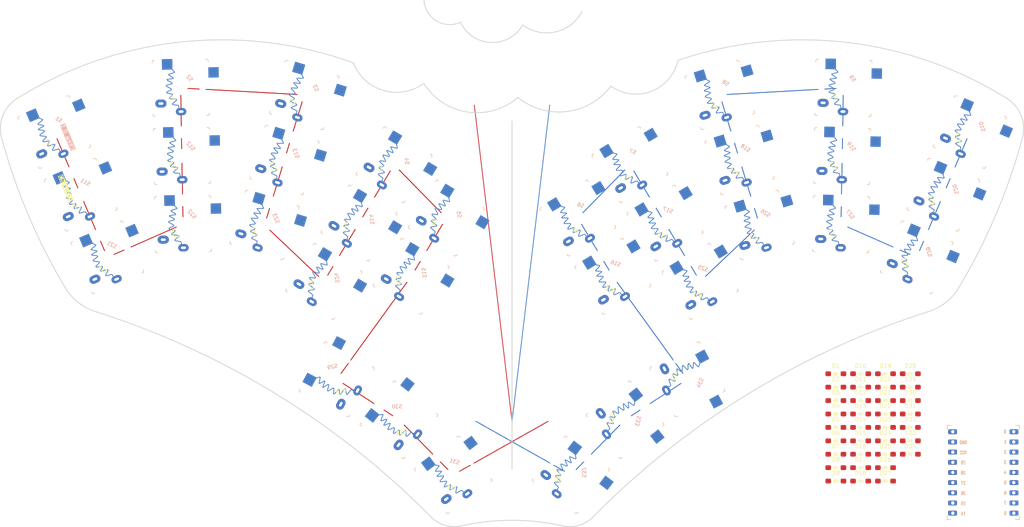
<source format=kicad_pcb>
(kicad_pcb (version 20240108) (generator "pcbnew") (generator_version "8.0")
  (layers (0 "F.Cu" signal) (31 "B.Cu" signal) (34 "B.Paste" user) (35 "F.Paste" user) (36 "B.SilkS" user "B.Silkscreen") (37 "F.SilkS" user "F.Silkscreen") (38 "B.Mask" user) (39 "F.Mask" user) (44 "Edge.Cuts" user))
  (net 0 "")
  (net 1 "Col 0")
  (net 2 "Net-(D1-A)")
  (net 3 "Row 0")
  (net 4 "Net-(D2-A)")
  (net 5 "Net-(D3-A)")
  (net 6 "Net-(D4-A)")
  (net 7 "Net-(D5-A)")
  (net 8 "Net-(D6-A)")
  (net 9 "Net-(D7-A)")
  (net 10 "Net-(D8-A)")
  (net 11 "Net-(D9-A)")
  (net 12 "Net-(D10-A)")
  (net 13 "Net-(D11-A)")
  (net 14 "Row 1")
  (net 15 "Net-(D12-A)")
  (net 16 "Net-(D13-A)")
  (net 17 "Net-(D14-A)")
  (net 18 "Net-(D15-A)")
  (net 19 "Net-(D16-A)")
  (net 20 "Net-(D17-A)")
  (net 21 "Net-(D18-A)")
  (net 22 "Net-(D19-A)")
  (net 23 "Net-(D20-A)")
  (net 24 "Row 2")
  (net 25 "Net-(D21-A)")
  (net 26 "Net-(D22-A)")
  (net 27 "Net-(D23-A)")
  (net 28 "Net-(D24-A)")
  (net 29 "Net-(D25-A)")
  (net 30 "Net-(D26-A)")
  (net 31 "Net-(D27-A)")
  (net 32 "Net-(D28-A)")
  (net 33 "Net-(D29-A)")
  (net 34 "Row 3")
  (net 35 "Net-(D30-A)")
  (net 36 "Net-(D31-A)")
  (net 37 "Net-(D32-A)")
  (net 38 "Net-(D33-A)")
  (net 39 "Net-(D34-A)")
  (net 40 "Col 1")
  (net 41 "Col 2")
  (net 42 "Col 3")
  (net 43 "Col 4")
  (net 44 "Col 5")
  (net 45 "Col 6")
  (net 46 "Col 7")
  (net 47 "Col 8")
  (net 48 "Col 9")
  (footprint "ScottoKeebs_Choc:Choc_V1_chew" (layer "F.Cu") (at 261.951078 59.842033 -23)
    (property "Reference" "S10" (hide yes))
    (property "Value" "Keyswitch" (hide yes))
  )
  (footprint "ScottoKeebs_Choc:Choc_V1_chew" (layer "F.Cu") (at 177.077766 68.002223 31)
    (property "Reference" "S7" (hide yes))
    (property "Value" "Keyswitch" (hide yes))
  )
  (footprint "ScottoKeebs_Components:Diode_SOD-123_chew" (layer "F.Cu") (at 234.677334 123.550001)
    (property "Reference" "D11")
    (property "Value" "Diode")
  )
  (footprint "ScottoKeebs_Components:Diode_SOD-123_chew" (layer "F.Cu") (at 228.477334 140.300001)
    (property "Reference" "D7")
    (property "Value" "Diode")
  )
  (footprint "ScottoKeebs_Choc:Choc_V1_chew" (layer "F.Cu") (at 162.326993 145.45185 -37)
    (property "Reference" "S32" (hide yes))
    (property "Value" "Keyswitch" (hide yes))
  )
  (footprint "ScottoKeebs_Components:Diode_SOD-123_chew" (layer "F.Cu") (at 234.677334 143.650001)
    (property "Reference" "D17")
    (property "Value" "Diode")
  )
  (footprint "ScottoKeebs_Choc:Choc_V1_chew" (layer "F.Cu") (at 122.453385 95.880135 -31)
    (property "Reference" "S15" (hide yes))
    (property "Value" "Keyswitch" (hide yes))
  )
  (footprint "ScottoKeebs_Choc:Choc_V1_chew" (layer "F.Cu") (at 85.803576 83.073878 -17)
    (property "Reference" "S23" (hide yes))
    (property "Value" "Keyswitch" (hide yes))
  )
  (footprint "ScottoKeebs_Components:Diode_SOD-123_chew" (layer "F.Cu") (at 234.677334 126.900001)
    (property "Reference" "D12")
    (property "Value" "Diode")
  )
  (footprint "ScottoKeebs_Components:Diode_SOD-123_chew" (layer "F.Cu") (at 247.077334 140.300001)
    (property "Reference" "D34")
    (property "Value" "Diode")
  )
  (footprint "ScottoKeebs_Choc:Choc_V1_chew" (layer "F.Cu") (at 255.308648 75.490614 -23)
    (property "Reference" "S20" (hide yes))
    (property "Value" "Keyswitch" (hide yes))
  )
  (footprint "ScottoKeebs_Components:Diode_SOD-123_chew" (layer "F.Cu") (at 240.877334 126.900001)
    (property "Reference" "D21")
    (property "Value" "Diode")
  )
  (footprint "ScottoKeebs_Choc:Choc_V1_chew" (layer "F.Cu") (at 185.833414 82.574066 31)
    (property "Reference" "S17" (hide yes))
    (property "Value" "Keyswitch" (hide yes))
  )
  (footprint "ScottoKeebs_Choc:Choc_V1_chew" (layer "F.Cu") (at 230.363109 48.839868 -1)
    (property "Reference" "S9" (hide yes))
    (property "Value" "Keyswitch" (hide yes))
  )
  (footprint "ScottoKeebs_Choc:Choc_V1_chew" (layer "F.Cu") (at 119.382658 131.684394 52)
    (property "Reference" "S30" (hide yes))
    (property "Value" "Keyswitch" (hide yes))
  )
  (footprint "ScottoKeebs_Components:Diode_SOD-123_chew" (layer "F.Cu") (at 234.677334 136.950001)
    (property "Reference" "D15")
    (property "Value" "Diode")
  )
  (footprint "ScottoKeebs_Components:Diode_SOD-123_chew" (layer "F.Cu") (at 234.677334 147.000001)
    (property "Reference" "D18")
    (property "Value" "Diode")
  )
  (footprint "ScottoKeebs_MCU:RP2040_Zero_chew_mono" (layer "F.Cu") (at 265.300005 144.849999)
    (property "Reference" "U1" (hide yes))
    (property "Value" "RP2040_Zero" (hide yes))
  )
  (footprint "ScottoKeebs_Components:Diode_SOD-123_chew" (layer "F.Cu") (at 240.877334 133.600001)
    (property "Reference" "D23")
    (property "Value" "Diode")
  )
  (footprint "ScottoKeebs_Components:Diode_SOD-123_chew" (layer "F.Cu") (at 247.077334 130.250001)
    (property "Reference" "D31")
    (property "Value" "Diode")
  )
  (footprint "ScottoKeebs_Components:Diode_SOD-123_chew" (layer "F.Cu") (at 234.677334 140.300001)
    (property "Reference" "D16")
    (property "Value" "Diode")
  )
  (footprint "ScottoKeebs_Choc:Choc_V1_chew" (layer "F.Cu") (at 204.466118 66.816695 17)
    (property "Reference" "S18" (hide yes))
    (property "Value" "Keyswitch" (hide yes))
  )
  (footprint "ScottoKeebs_Choc:Choc_V1_chew" (layer "F.Cu") (at 65.173597 65.837281 1)
    (property "Reference" "S12" (hide yes))
    (property "Value" "Keyswitch" (hide yes))
  )
  (footprint "ScottoKeebs_Components:Diode_SOD-123_chew" (layer "F.Cu") (at 234.677334 120.200001)
    (property "Reference" "D10")
    (property "Value" "Diode")
  )
  (footprint "ScottoKeebs_Components:Diode_SOD-123_chew" (layer "F.Cu") (at 240.877334 147.000001)
    (property "Reference" "D27")
    (property "Value" "Diode")
  )
  (footprint "ScottoKeebs_Choc:Choc_V1_chew" (layer "F.Cu") (at 230.066417 65.83728 -1)
    (property "Reference" "S19" (hide yes))
    (property "Value" "Keyswitch" (hide yes))
  )
  (footprint "ScottoKeebs_Components:Diode_SOD-123_chew" (layer "F.Cu") (at 228.477334 120.200001)
    (property "Reference" "D1")
    (property "Value" "Diode")
  )
  (footprint "ScottoKeebs_Components:Diode_SOD-123_chew" (layer "F.Cu") (at 240.877334 130.250001)
    (property "Reference" "D22")
    (property "Value" "Diode")
  )
  (footprint "ScottoKeebs_Choc:Choc_V1_chew" (layer "F.Cu") (at 191.385825 121.603201 -62)
    (property "Reference" "S34" (hide yes))
    (property "Value" "Keyswitch" (hide yes))
  )
  (footprint "ScottoKeebs_Components:Diode_SOD-123_chew" (layer "F.Cu") (at 240.877334 136.950001)
    (property "Reference" "D24")
    (property "Value" "Diode")
  )
  (footprint "ScottoKeebs_Choc:Choc_V1_chew" (layer "F.Cu") (at 209.436438 83.073877 17)
    (property "Reference" "S26" (hide yes))
    (property "Value" "Keyswitch" (hide yes))
  )
  (footprint "ScottoKeebs_Choc:Choc_V1_chew" (layer "F.Cu") (at 103.854189 121.603202 62)
    (property "Reference" "S29" (hide yes))
    (property "Value" "Keyswitch" (hide yes))
  )
  (footprint "ScottoKeebs_Choc:Choc_V1_chew" (layer "F.Cu") (at 194.589062 97.145911 31)
    (property "Reference" "S25" (hide yes))
    (property "Value" "Keyswitch" (hide yes))
  )
  (footprint "ScottoKeebs_Choc:Choc_V1_chew" (layer "F.Cu") (at 109.406599 82.574067 -31)
    (property "Reference" "S14" (hide yes))
    (property "Value" "Keyswitch" (hide yes))
  )
  (footprint "ScottoKeebs_Choc:Choc_V1_chew" (layer "F.Cu") (at 39.931365 75.490615 23)
    (property "Reference" "S11" (hide yes))
    (property "Value" "Keyswitch" (hide yes))
  )
  (footprint "ScottoKeebs_Choc:Choc_V1_chew" (layer "F.Cu") (at 199.495799 50.559514 17)
    (property "Reference" "S8" (hide yes))
    (property "Value" "Keyswitch" (hide yes))
  )
  (footprint "ScottoKeebs_Components:Diode_SOD-123_chew" (layer "F.Cu") (at 240.877334 143.650001)
    (property "Reference" "D26")
    (property "Value" "Diode")
  )
  (footprint "ScottoKeebs_Components:Diode_SOD-123_chew" (layer "F.Cu") (at 240.877334 123.550001)
    (property "Reference" "D20")
    (property "Value" "Diode")
  )
  (footprint "ScottoKeebs_Choc:Choc_V1_chew" (layer "F.Cu") (at 172.786628 95.880134 31)
    (property "Reference" "S16" (hide yes))
    (property "Value" "Keyswitch" (hide yes))
  )
  (footprint "ScottoKeebs_Choc:Choc_V1_chew" (layer "F.Cu") (at 90.773895 66.816696 -17)
    (property "Reference" "S13" (hide yes))
    (property "Value" "Keyswitch" (hide yes))
  )
  (footprint "ScottoKeebs_Components:Diode_SOD-123_chew" (layer "F.Cu") (at 247.077334 120.200001)
    (property "Reference" "D28")
    (property "Value" "Diode")
  )
  (footprint "ScottoKeebs_Components:Diode_SOD-123_chew" (layer "F.Cu") (at 228.477334 143.650001)
    (property "Reference" "D8")
    (property "Value" "Diode")
  )
  (footprint "ScottoKeebs_Components:Diode_SOD-123_chew" (layer "F.Cu") (at 228.477334 136.950001)
    (property "Reference" "D6")
    (property "Value" "Diode")
  )
  (footprint "ScottoKeebs_Choc:Choc_V1_chew" (layer "F.Cu") (at 33.288935 59.842035 23)
    (property "Reference" "S1" (hide yes))
    (property "Value" "Keyswitch" (hide yes))
  )
  (footprint "ScottoKeebs_Choc:Choc_V1_chew" (layer "F.Cu") (at 229.769726 82.83469 -1)
    (property "Reference" "S27" (hide yes))
    (property "Value" "Keyswitch" (hide yes))
  )
  (footprint "ScottoKeebs_Choc:Choc_V1_chew" (layer "F.Cu") (at 118.162247 68.002224 -31)
    (property "Reference" "S4" (hide yes))
    (property "Value" "Keyswitch" (hide yes))
  )
  (footprint "ScottoKeebs_Components:Diode_SOD-123_chew" (layer "F.Cu") (at 247.077334 136.950001)
    (property "Reference" "D33")
    (property "Value" "Diode")
  )
  (footprint "ScottoKeebs_Choc:Choc_V1_chew" (layer "F.Cu") (at 65.470288 82.834691 1)
    (property "Reference" "S22" (hide yes))
    (property "Value" "Keyswitch" (hide yes))
  )
  (footprint "ScottoKeebs_Choc:Choc_V1_chew" (layer "F.Cu") (at 175.857356 131.684393 -52)
    (property "Reference" "S33" (hide yes))
    (property "Value" "Keyswitch" (hide yes))
  )
  (footprint "ScottoKeebs_Components:Diode_SOD-123_chew" (layer "F.Cu") (at 228.477334 133.600001)
    (property "Reference" "D5")
    (property "Value" "Diode")
  )
  (footprint "ScottoKeebs_Components:Diode_SOD-123_chew" (layer "F.Cu") (at 228.477334 130.250001)
    (property "Reference" "D4")
    (property "Value" "Diode")
  )
  (footprint "ScottoKeebs_Components:Diode_SOD-123_chew" (layer "F.Cu") (at 228.477334 147.000001)
    (property "Reference" "D9")
    (property "Value" "Diode")
  )
  (footprint "ScottoKeebs_Choc:Choc_V1_chew" (layer "F.Cu") (at 95.744213 50.559515 -17)
    (property "Reference" "S3" (hide yes))
    (property "Value" "Keyswitch" (hide yes))
  )
  (footprint "ScottoKeebs_Choc:Choc_V1_chew" (layer "F.Cu") (at 100.650952 97.145911 -31)
    (property "Reference" "S24" (hide yes))
    (property "Value" "Keyswitch" (hide yes))
  )
  (footprint "ScottoKeebs_Components:Diode_SOD-123_chew" (layer "F.Cu") (at 234.677334 130.250001)
    (property "Reference" "D13")
    (property "Value" "Diode")
  )
  (footprint "ScottoKeebs_Components:Diode_SOD-123_chew" (layer "F.Cu") (at 240.877334 120.200001)
    (property "Reference" "D19")
    (property "Value" "Diode")
  )
  (footprint "ScottoKeebs_Choc:Choc_V1_chew" (layer "F.Cu") (at 248.666219 91.139196 -23)
    (property "Reference" "S28" (hide yes))
    (property "Value" "Keyswitch" (hide yes))
  )
  (footprint "ScottoKeebs_Components:Diode_SOD-123_chew" (layer "F.Cu") (at 234.677334 133.600001)
    (property "Reference" "D14")
    (property "Value" "Diode")
  )
  (footprint "ScottoKeebs_Choc:Choc_V1_chew" (layer "F.Cu") (at 46.573795 91.139197 23)
    (property "Reference" "S21" (hide yes))
    (property "Value" "Keyswitch" (hide yes))
  )
  (footprint "ScottoKeebs_Components:Diode_SOD-123_chew" (layer "F.Cu") (at 247.077334 126.900001)
    (property "Reference" "D30")
    (property "Value" "Diode")
  )
  (footprint "ScottoKeebs_Components:Diode_SOD-123_chew" (layer "F.Cu") (at 240.877334 140.300001)
    (property "Reference" "D25")
    (property "Value" "Diode")
  )
  (footprint "ScottoKeebs_Choc:Choc_V1_chew" (layer "F.Cu") (at 131.209032 81.308291 -31)
    (property "Reference" "S5" (hide yes))
    (property "Value" "Keyswitch" (hide yes))
  )
  (footprint "ScottoKeebs_Components:Diode_SOD-123_chew" (layer "F.Cu") (at 228.477334 126.900001)
    (property "Reference" "D3")
    (property "Value" "Diode")
  )
  (footprint "ScottoKeebs_Choc:Choc_V1_chew" (layer "F.Cu") (at 132.913021 145.451852 37)
    (property "Reference" "S31" (hide yes))
    (property "Value" "Keyswitch" (hide yes))
  )
  (footprint "ScottoKeebs_Components:Diode_SOD-123_chew" (layer "F.Cu") (at 247.077334 123.550001)
    (property "Reference" "D29")
    (property "Value" "Diode")
  )
  (footprint "ScottoKeebs_Components:Diode_SOD-123_chew" (layer "F.Cu") (at 247.077334 133.600001)
    (property "Reference" "D32")
    (property "Value" "Diode")
  )
  (footprint "ScottoKeebs_Components:Diode_SOD-123_chew" (layer "F.Cu") (at 228.477334 123.550001)
    (property "Reference" "D2")
    (property "Value" "Diode")
  )
  (footprint "ScottoKeebs_Choc:Choc_V1_chew" (layer "F.Cu") (at 164.030981 81.30829 31)
    (property "Reference" "S6" (hide yes))
    (property "Value" "Keyswitch" (hide yes))
  )
  (footprint "ScottoKeebs_Choc:Choc_V1_chew" (layer "F.Cu") (at 64.876905 48.839869 1)
    (property "Reference" "S2" (hide yes))
    (property "Value" "Keyswitch" (hide yes))
  )
  (gr_line (start 118.162247 68.002224) (end 109.406599 82.574067) (stroke (width 0.2)) (layer "F.Cu") (net 40))
  (gr_line (start 147.620007 132.092095) (end 138.199992 53.127904) (stroke (width 0.2)) (layer "F.Cu"))
  (gr_line (start 39.931365 75.490615) (end 33.288935 59.842035) (stroke (width 0.2)) (layer "F.Cu") (net 40))
  (gr_line (start 132.913021 145.451852) (end 119.382658 131.684394) (stroke (width 0.2)) (layer "F.Cu") (net 40))
  (gr_line (start 118.162247 68.002224) (end 109.406599 82.574067) (stroke (width 0.2)) (layer "F.Cu") (net 40))
  (gr_line (start 46.573795 91.139197) (end 39.931365 75.490615) (stroke (width 0.2)) (layer "F.Cu") (net 40))
  (gr_line (start 109.406599 82.574067) (end 100.650952 97.145911) (stroke (width 0.2)) (layer "F.Cu") (net 40))
  (gr_line (start 95.744213 50.559515) (end 64.876905 48.839869) (stroke (width 0.2)) (layer "F.Cu") (net 40))
  (gr_line (start 64.876905 48.839869) (end 65.173597 65.837281) (stroke (width 0.2)) (layer "F.Cu") (net 40))
  (gr_line (start 65.470288 82.834691) (end 46.573795 91.139197) (stroke (width 0.2)) (layer "F.Cu") (net 40))
  (gr_line (start 90.773895 66.816696) (end 95.744213 50.559515) (stroke (width 0.2)) (layer "F.Cu") (net 40))
  (gr_line (start 156.620007 132.092095) (end 132.913021 145.451852) (stroke (width 0.2)) (layer "F.Cu") (net 40))
  (gr_line (start 100.650952 97.145911) (end 85.803576 83.073878) (stroke (width 0.2)) (layer "F.Cu") (net 40))
  (gr_line (start 103.854189 121.603202) (end 122.453385 95.880135) (stroke (width 0.2)) (layer "F.Cu") (net 40))
  (gr_line (start 65.173597 65.837281) (end 65.470288 82.834691) (stroke (width 0.2)) (layer "F.Cu") (net 40))
  (gr_line (start 64.876905 48.839869) (end 65.173597 65.837281) (stroke (width 0.2)) (layer "F.Cu") (net 40))
  (gr_line (start 100.650952 97.145911) (end 85.803576 83.073878) (stroke (width 0.2)) (layer "F.Cu") (net 40))
  (gr_line (start 85.803576 83.073878) (end 90.773895 66.816696) (stroke (width 0.2)) (layer "F.Cu") (net 40))
  (gr_line (start 122.453385 95.880135) (end 131.209032 81.308291) (stroke (width 0.2)) (layer "F.Cu") (net 40))
  (gr_line (start 119.382658 131.684394) (end 103.854189 121.603202) (stroke (width 0.2)) (layer "F.Cu") (net 40))
  (gr_line (start 46.573795 91.139197) (end 39.931365 75.490615) (stroke (width 0.2)) (layer "F.Cu") (net 40))
  (gr_line (start 119.382658 131.684394) (end 103.854189 121.603202) (stroke (width 0.2)) (layer "F.Cu") (net 40))
  (gr_line (start 85.803576 83.073878) (end 90.773895 66.816696) (stroke (width 0.2)) (layer "F.Cu") (net 40))
  (gr_line (start 65.470288 82.834691) (end 46.573795 91.139197) (stroke (width 0.2)) (layer "F.Cu") (net 40))
  (gr_line (start 131.209032 81.308291) (end 118.162247 68.002224) (stroke (width 0.2)) (layer "F.Cu") (net 40))
  (gr_line (start 95.744213 50.559515) (end 64.876905 48.839869) (stroke (width 0.2)) (layer "F.Cu") (net 40))
  (gr_line (start 103.854189 121.603202) (end 122.453385 95.880135) (stroke (width 0.2)) (layer "F.Cu") (net 40))
  (gr_line (start 122.453385 95.880135) (end 131.209032 81.308291) (stroke (width 0.2)) (layer "F.Cu") (net 40))
  (gr_line (start 109.406599 82.574067) (end 100.650952 97.145911) (stroke (width 0.2)) (layer "F.Cu") (net 40))
  (gr_line (start 65.173597 65.837281) (end 65.470288 82.834691) (stroke (width 0.2)) (layer "F.Cu") (net 40))
  (gr_line (start 39.931365 75.490615) (end 33.288935 59.842035) (stroke (width 0.2)) (layer "F.Cu") (net 40))
  (gr_line (start 90.773895 66.816696) (end 95.744213 50.559515) (stroke (width 0.2)) (layer "F.Cu") (net 40))
  (gr_line (start 156.620007 132.092095) (end 132.913021 145.451852) (stroke (width 0.2)) (layer "F.Cu") (net 40))
  (gr_line (start 131.209032 81.308291) (end 118.162247 68.002224) (stroke (width 0.2)) (layer "F.Cu") (net 40))
  (gr_line (start 132.913021 145.451852) (end 119.382658 131.684394) (stroke (width 0.2)) (layer "F.Cu") (net 40))
  (gr_line (start 157.040022 53.127904) (end 147.620007 132.092095) (stroke (width 0.2)) (layer "B.Cu"))
  (gr_line (start 175.857356 131.684393) (end 162.326993 145.45185) (stroke (width 0.2)) (layer "B.Cu") (net 45))
  (gr_line (start 175.857356 131.684393) (end 162.326993 145.45185) (stroke (width 0.2)) (layer "B.Cu") (net 45))
  (gr_line (start 199.495799 50.559514) (end 204.466118 66.816695) (stroke (width 0.2)) (layer "B.Cu") (net 45))
  (gr_line (start 194.589062 97.145911) (end 185.833414 82.574066) (stroke (width 0.2)) (layer "B.Cu") (net 45))
  (gr_line (start 248.666219 91.139196) (end 229.769726 82.83469) (stroke (width 0.2)) (layer "B.Cu") (net 45))
  (gr_line (start 172.786628 95.880134) (end 191.385825 121.603201) (stroke (width 0.2)) (layer "B.Cu") (net 45))
  (gr_line (start 164.030981 81.30829) (end 172.786628 95.880134) (stroke (width 0.2)) (layer "B.Cu") (net 45))
  (gr_line (start 229.769726 82.83469) (end 230.066417 65.83728) (stroke (width 0.2)) (layer "B.Cu") (net 45))
  (gr_line (start 255.308648 75.490614) (end 248.666219 91.139196) (stroke (width 0.2)) (layer "B.Cu") (net 45))
  (gr_line (start 199.495799 50.559514) (end 204.466118 66.816695) (stroke (width 0.2)) (layer "B.Cu") (net 45))
  (gr_line (start 255.308648 75.490614) (end 248.666219 91.139196) (stroke (width 0.2)) (layer "B.Cu") (net 45))
  (gr_line (start 229.769726 82.83469) (end 230.066417 65.83728) (stroke (width 0.2)) (layer "B.Cu") (net 45))
  (gr_line (start 164.030981 81.30829) (end 172.786628 95.880134) (stroke (width 0.2)) (layer "B.Cu") (net 45))
  (gr_line (start 191.385825 121.603201) (end 175.857356 131.684393) (stroke (width 0.2)) (layer "B.Cu") (net 45))
  (gr_line (start 261.951078 59.842033) (end 255.308648 75.490614) (stroke (width 0.2)) (layer "B.Cu") (net 45))
  (gr_line (start 177.077766 68.002223) (end 164.030981 81.30829) (stroke (width 0.2)) (layer "B.Cu") (net 45))
  (gr_line (start 209.436438 83.073877) (end 194.589062 97.145911) (stroke (width 0.2)) (layer "B.Cu") (net 45))
  (gr_line (start 230.363109 48.839868) (end 199.495799 50.559514) (stroke (width 0.2)) (layer "B.Cu") (net 45))
  (gr_line (start 204.466118 66.816695) (end 209.436438 83.073877) (stroke (width 0.2)) (layer "B.Cu") (net 45))
  (gr_line (start 204.466118 66.816695) (end 209.436438 83.073877) (stroke (width 0.2)) (layer "B.Cu") (net 45))
  (gr_line (start 194.589062 97.145911) (end 185.833414 82.574066) (stroke (width 0.2)) (layer "B.Cu") (net 45))
  (gr_line (start 185.833414 82.574066) (end 177.077766 68.002223) (stroke (width 0.2)) (layer "B.Cu") (net 45))
  (gr_line (start 162.326993 145.45185) (end 138.620007 132.092095) (stroke (width 0.2)) (layer "B.Cu") (net 45))
  (gr_line (start 191.385825 121.603201) (end 175.857356 131.684393) (stroke (width 0.2)) (layer "B.Cu") (net 45))
  (gr_line (start 177.077766 68.002223) (end 164.030981 81.30829) (stroke (width 0.2)) (layer "B.Cu") (net 45))
  (gr_line (start 185.833414 82.574066) (end 177.077766 68.002223) (stroke (width 0.2)) (layer "B.Cu") (net 45))
  (gr_line (start 162.326993 145.45185) (end 138.620007 132.092095) (stroke (width 0.2)) (layer "B.Cu") (net 45))
  (gr_line (start 230.363109 48.839868) (end 199.495799 50.559514) (stroke (width 0.2)) (layer "B.Cu") (net 45))
  (gr_line (start 172.786628 95.880134) (end 191.385825 121.603201) (stroke (width 0.2)) (layer "B.Cu") (net 45))
  (gr_line (start 209.436438 83.073877) (end 194.589062 97.145911) (stroke (width 0.2)) (layer "B.Cu") (net 45))
  (gr_line (start 248.666219 91.139196) (end 229.769726 82.83469) (stroke (width 0.2)) (layer "B.Cu") (net 45))
  (gr_line (start 261.951078 59.842033) (end 255.308648 75.490614) (stroke (width 0.2)) (layer "B.Cu") (net 45))
  (gr_line (start 230.066417 65.83728) (end 230.363109 48.839868) (stroke (width 0.2)) (layer "B.Cu") (net 45))
  (gr_line (start 230.066417 65.83728) (end 230.363109 48.839868) (stroke (width 0.2)) (layer "B.Cu") (net 45))
  (gr_arc (start 134.755612 32.419192) (mid 128.753175 32.113426) (end 125.641736 26.971278) (stroke (width 0.2)) (layer "Edge.Cuts"))
  (gr_arc (start 258.872169 99.223433) (mid 255.566952 102.666072) (end 251.289154 104.781884) (stroke (width 0.2)) (layer "Edge.Cuts"))
  (gr_arc (start 20.223099 61.50254) (mid 20.525834 55.619974) (end 24.433588 51.212516) (stroke (width 0.2)) (layer "Edge.Cuts"))
  (gr_arc (start 270.806426 51.212516) (mid 274.714165 55.619987) (end 275.016915 61.50254) (stroke (width 0.2)) (layer "Edge.Cuts"))
  (gr_arc (start 167.815022 155.977904) (mid 206.447115 125.317295) (end 251.289154 104.781884) (stroke (width 0.2)) (layer "Edge.Cuts"))
  (gr_arc (start 150.297549 33.103436) (mid 142.319166 37.472535) (end 134.755612 32.419192) (stroke (width 0.2)) (layer "Edge.Cuts"))
  (gr_arc (start 134.714992 158.237904) (mid 147.620007 156.787904) (end 160.525022 158.237904) (stroke (width 0.2)) (layer "Edge.Cuts"))
  (gr_arc (start 149.078612 51.206807) (mid 136.534726 54.851479) (end 125.604992 47.697904) (stroke (width 0.2)) (layer "Edge.Cuts"))
  (gr_arc (start 125.604992 47.697904) (mid 115.52734 49.45875) (end 107.974992 42.557904) (stroke (width 0.2)) (layer "Edge.Cuts"))
  (gr_arc (start 167.815022 155.977904) (mid 164.45242 158.018824) (end 160.525022 158.237904) (stroke (width 0.2)) (layer "Edge.Cuts"))
  (gr_arc (start 134.714992 158.237904) (mid 130.787591 158.018834) (end 127.424992 155.977904) (stroke (width 0.2)) (layer "Edge.Cuts"))
  (gr_arc (start 189.084992 41.927904) (mid 230.983246 37.437999) (end 270.806426 51.212516) (stroke (width 0.2)) (layer "Edge.Cuts"))
  (gr_arc (start 36.367845 99.223433) (mid 26.988998 80.922165) (end 20.223099 61.50254) (stroke (width 0.2)) (layer "Edge.Cuts"))
  (gr_arc (start 24.433588 51.212516) (mid 65.21464 37.332302) (end 107.974992 42.557904) (stroke (width 0.2)) (layer "Edge.Cuts"))
  (gr_arc (start 189.084992 41.927904) (mid 182.431168 49.653961) (end 172.314992 48.377904) (stroke (width 0.2)) (layer "Edge.Cuts"))
  (gr_arc (start 43.95086 104.781884) (mid 88.792898 125.317297) (end 127.424992 155.977904) (stroke (width 0.2)) (layer "Edge.Cuts"))
  (gr_line (start 147.620007 144.092095) (end 147.620007 57.092095) (stroke (width 0.2)) (layer "Edge.Cuts"))
  (gr_arc (start 172.314992 48.377904) (mid 161.297346 54.725173) (end 149.078612 51.206807) (stroke (width 0.2)) (layer "Edge.Cuts"))
  (gr_arc (start 275.016915 61.50254) (mid 268.251015 80.922164) (end 258.872169 99.223433) (stroke (width 0.2)) (layer "Edge.Cuts"))
  (gr_arc (start 43.95086 104.781884) (mid 39.673055 102.66608) (end 36.367845 99.223433) (stroke (width 0.2)) (layer "Edge.Cuts"))
  (gr_arc (start 165.073135 29.798707) (mid 158.443542 34.841017) (end 150.297549 33.103436) (stroke (width 0.2)) (layer "Edge.Cuts"))
  (gr_text "Chew 0.1" (at 36.129845 61.366829 -67) (layer "B.SilkS" knockout) (effects (font (size 1 1)) (justify bottom mirror)))
  (gr_text "Chew 0.1" (at 35.610048 74.081025 -67) (layer "F.SilkS" knockout) (effects (font (size 1 1)) (justify bottom)))
)
</source>
